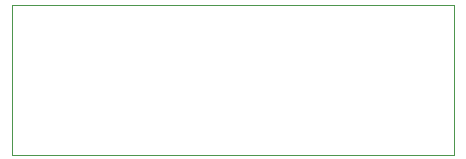
<source format=gbr>
%TF.GenerationSoftware,KiCad,Pcbnew,6.0.11+dfsg-1*%
%TF.CreationDate,2023-08-03T16:56:02+02:00*%
%TF.ProjectId,LittleJimmy,4c697474-6c65-44a6-996d-6d792e6b6963,2*%
%TF.SameCoordinates,Original*%
%TF.FileFunction,Profile,NP*%
%FSLAX46Y46*%
G04 Gerber Fmt 4.6, Leading zero omitted, Abs format (unit mm)*
G04 Created by KiCad (PCBNEW 6.0.11+dfsg-1) date 2023-08-03 16:56:02*
%MOMM*%
%LPD*%
G01*
G04 APERTURE LIST*
%TA.AperFunction,Profile*%
%ADD10C,0.100000*%
%TD*%
G04 APERTURE END LIST*
D10*
X86360000Y-41275000D02*
X48895000Y-41275000D01*
X48895000Y-41275000D02*
X48895000Y-28575000D01*
X48895000Y-28575000D02*
X86360000Y-28575000D01*
X86360000Y-28575000D02*
X86360000Y-41275000D01*
M02*

</source>
